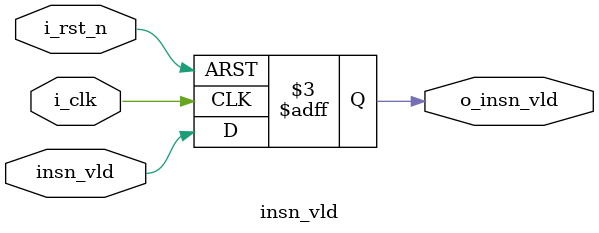
<source format=sv>
module insn_vld (
  input logic i_clk,
  input logic i_rst_n,
  input logic insn_vld,
  output logic o_insn_vld
);

  always_ff @(posedge i_clk or negedge i_rst_n) begin
    if (!i_rst_n) begin
      o_insn_vld <= 1'b0;
    end else begin
      o_insn_vld <= insn_vld;
    end
  end

endmodule
</source>
